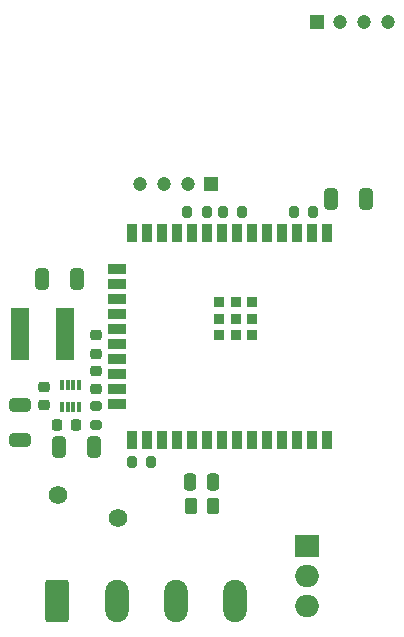
<source format=gbr>
%TF.GenerationSoftware,KiCad,Pcbnew,7.0.1*%
%TF.CreationDate,2024-02-27T21:29:27+01:00*%
%TF.ProjectId,PresenceDetection,50726573-656e-4636-9544-657465637469,rev?*%
%TF.SameCoordinates,Original*%
%TF.FileFunction,Soldermask,Top*%
%TF.FilePolarity,Negative*%
%FSLAX46Y46*%
G04 Gerber Fmt 4.6, Leading zero omitted, Abs format (unit mm)*
G04 Created by KiCad (PCBNEW 7.0.1) date 2024-02-27 21:29:27*
%MOMM*%
%LPD*%
G01*
G04 APERTURE LIST*
G04 Aperture macros list*
%AMRoundRect*
0 Rectangle with rounded corners*
0 $1 Rounding radius*
0 $2 $3 $4 $5 $6 $7 $8 $9 X,Y pos of 4 corners*
0 Add a 4 corners polygon primitive as box body*
4,1,4,$2,$3,$4,$5,$6,$7,$8,$9,$2,$3,0*
0 Add four circle primitives for the rounded corners*
1,1,$1+$1,$2,$3*
1,1,$1+$1,$4,$5*
1,1,$1+$1,$6,$7*
1,1,$1+$1,$8,$9*
0 Add four rect primitives between the rounded corners*
20,1,$1+$1,$2,$3,$4,$5,0*
20,1,$1+$1,$4,$5,$6,$7,0*
20,1,$1+$1,$6,$7,$8,$9,0*
20,1,$1+$1,$8,$9,$2,$3,0*%
G04 Aperture macros list end*
%ADD10R,2.000000X1.905000*%
%ADD11O,2.000000X1.905000*%
%ADD12RoundRect,0.250000X-0.325000X-0.650000X0.325000X-0.650000X0.325000X0.650000X-0.325000X0.650000X0*%
%ADD13R,1.550000X4.500000*%
%ADD14RoundRect,0.200000X-0.275000X0.200000X-0.275000X-0.200000X0.275000X-0.200000X0.275000X0.200000X0*%
%ADD15C,1.560000*%
%ADD16RoundRect,0.250000X-0.250000X-0.475000X0.250000X-0.475000X0.250000X0.475000X-0.250000X0.475000X0*%
%ADD17RoundRect,0.225000X-0.250000X0.225000X-0.250000X-0.225000X0.250000X-0.225000X0.250000X0.225000X0*%
%ADD18R,0.300000X0.850000*%
%ADD19RoundRect,0.200000X-0.200000X-0.275000X0.200000X-0.275000X0.200000X0.275000X-0.200000X0.275000X0*%
%ADD20RoundRect,0.250000X-0.750000X-1.550000X0.750000X-1.550000X0.750000X1.550000X-0.750000X1.550000X0*%
%ADD21O,2.000000X3.600000*%
%ADD22RoundRect,0.225000X-0.225000X-0.250000X0.225000X-0.250000X0.225000X0.250000X-0.225000X0.250000X0*%
%ADD23RoundRect,0.250000X0.262500X0.450000X-0.262500X0.450000X-0.262500X-0.450000X0.262500X-0.450000X0*%
%ADD24RoundRect,0.250000X-0.650000X0.325000X-0.650000X-0.325000X0.650000X-0.325000X0.650000X0.325000X0*%
%ADD25RoundRect,0.250000X0.325000X0.650000X-0.325000X0.650000X-0.325000X-0.650000X0.325000X-0.650000X0*%
%ADD26RoundRect,0.200000X0.200000X0.275000X-0.200000X0.275000X-0.200000X-0.275000X0.200000X-0.275000X0*%
%ADD27R,1.200000X1.200000*%
%ADD28C,1.200000*%
%ADD29R,0.900000X1.500000*%
%ADD30R,1.500000X0.900000*%
%ADD31R,0.900000X0.900000*%
G04 APERTURE END LIST*
D10*
%TO.C,Q1*%
X152955000Y-129360000D03*
D11*
X152955000Y-131900000D03*
X152955000Y-134440000D03*
%TD*%
D12*
%TO.C,C5*%
X132000000Y-121000000D03*
X134950000Y-121000000D03*
%TD*%
D13*
%TO.C,L1*%
X128650000Y-111450000D03*
X132500000Y-111450000D03*
%TD*%
D14*
%TO.C,R4*%
X135100000Y-117500000D03*
X135100000Y-119150000D03*
%TD*%
D12*
%TO.C,C2*%
X155050000Y-100000000D03*
X158000000Y-100000000D03*
%TD*%
D15*
%TO.C,F1*%
X131900000Y-125100000D03*
X137000000Y-127000000D03*
%TD*%
D16*
%TO.C,C1*%
X143100000Y-124000000D03*
X145000000Y-124000000D03*
%TD*%
D17*
%TO.C,R8*%
X135100000Y-111550000D03*
X135100000Y-113100000D03*
%TD*%
D18*
%TO.C,IC1*%
X132200000Y-117650000D03*
X132700000Y-117650000D03*
X133200000Y-117650000D03*
X133700000Y-117650000D03*
X133700000Y-115750000D03*
X133200000Y-115750000D03*
X132700000Y-115750000D03*
X132200000Y-115750000D03*
%TD*%
D19*
%TO.C,R3*%
X151850000Y-101100000D03*
X153500000Y-101100000D03*
%TD*%
D20*
%TO.C,J1*%
X131850000Y-134000000D03*
D21*
X136850000Y-134000000D03*
X141850000Y-134000000D03*
X146850000Y-134000000D03*
%TD*%
D22*
%TO.C,R6*%
X131850000Y-119100000D03*
X133400000Y-119100000D03*
%TD*%
D23*
%TO.C,R10*%
X145000000Y-126000000D03*
X143175000Y-126000000D03*
%TD*%
D19*
%TO.C,R1*%
X145850000Y-101100000D03*
X147500000Y-101100000D03*
%TD*%
D24*
%TO.C,C6*%
X128700000Y-117450000D03*
X128700000Y-120400000D03*
%TD*%
D25*
%TO.C,C7*%
X133500000Y-106800000D03*
X130550000Y-106800000D03*
%TD*%
D26*
%TO.C,R2*%
X144500000Y-101100000D03*
X142850000Y-101100000D03*
%TD*%
D27*
%TO.C,J2*%
X144860000Y-98700000D03*
D28*
X142860000Y-98700000D03*
X140860000Y-98700000D03*
X138860000Y-98700000D03*
D27*
X153800000Y-85000000D03*
D28*
X155800000Y-85000000D03*
X157800000Y-85000000D03*
X159800000Y-85000000D03*
%TD*%
D17*
%TO.C,R7*%
X130700000Y-115900000D03*
X130700000Y-117450000D03*
%TD*%
D19*
%TO.C,R5*%
X138150000Y-122300000D03*
X139800000Y-122300000D03*
%TD*%
D29*
%TO.C,U2*%
X154680000Y-102900000D03*
X153410000Y-102900000D03*
X152140000Y-102900000D03*
X150870000Y-102900000D03*
X149600000Y-102900000D03*
X148330000Y-102900000D03*
X147060000Y-102900000D03*
X145790000Y-102900000D03*
X144520000Y-102900000D03*
X143250000Y-102900000D03*
X141980000Y-102900000D03*
X140710000Y-102900000D03*
X139440000Y-102900000D03*
X138170000Y-102900000D03*
D30*
X136920000Y-105930000D03*
X136920000Y-107200000D03*
X136920000Y-108470000D03*
X136920000Y-109740000D03*
X136920000Y-111010000D03*
X136920000Y-112280000D03*
X136920000Y-113550000D03*
X136920000Y-114820000D03*
X136920000Y-116090000D03*
X136920000Y-117360000D03*
D29*
X138170000Y-120400000D03*
X139440000Y-120400000D03*
X140710000Y-120400000D03*
X141980000Y-120400000D03*
X143250000Y-120400000D03*
X144520000Y-120400000D03*
X145790000Y-120400000D03*
X147060000Y-120400000D03*
X148330000Y-120400000D03*
X149600000Y-120400000D03*
X150870000Y-120400000D03*
X152140000Y-120400000D03*
X153410000Y-120400000D03*
X154680000Y-120400000D03*
D31*
X148360000Y-108750000D03*
X146960000Y-108750000D03*
X145560000Y-108750000D03*
X148360000Y-110150000D03*
X146960000Y-110150000D03*
X145560000Y-110150000D03*
X148360000Y-111550000D03*
X146960000Y-111550000D03*
X145560000Y-111550000D03*
%TD*%
D17*
%TO.C,R9*%
X135100000Y-114550000D03*
X135100000Y-116100000D03*
%TD*%
M02*

</source>
